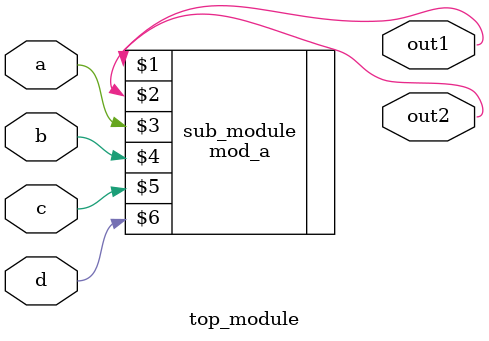
<source format=v>
module top_module ( 
    input a, 
    input b, 
    input c,
    input d,
    output out1,
    output out2
);
    mod_a sub_module(out1, out2, a, b, c, d);
endmodule

</source>
